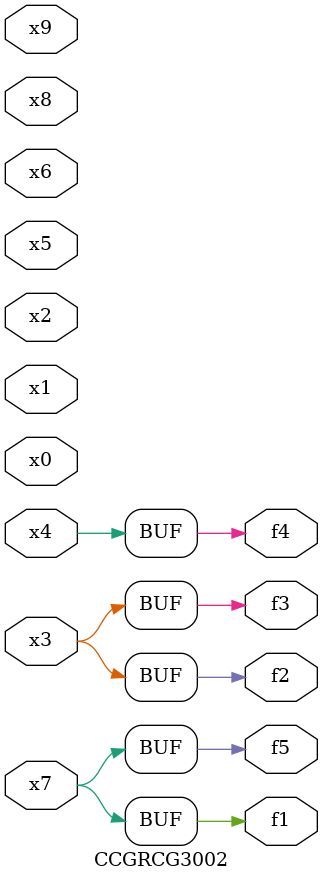
<source format=v>
module CCGRCG3002(
	input x0, x1, x2, x3, x4, x5, x6, x7, x8, x9,
	output f1, f2, f3, f4, f5
);
	assign f1 = x7;
	assign f2 = x3;
	assign f3 = x3;
	assign f4 = x4;
	assign f5 = x7;
endmodule

</source>
